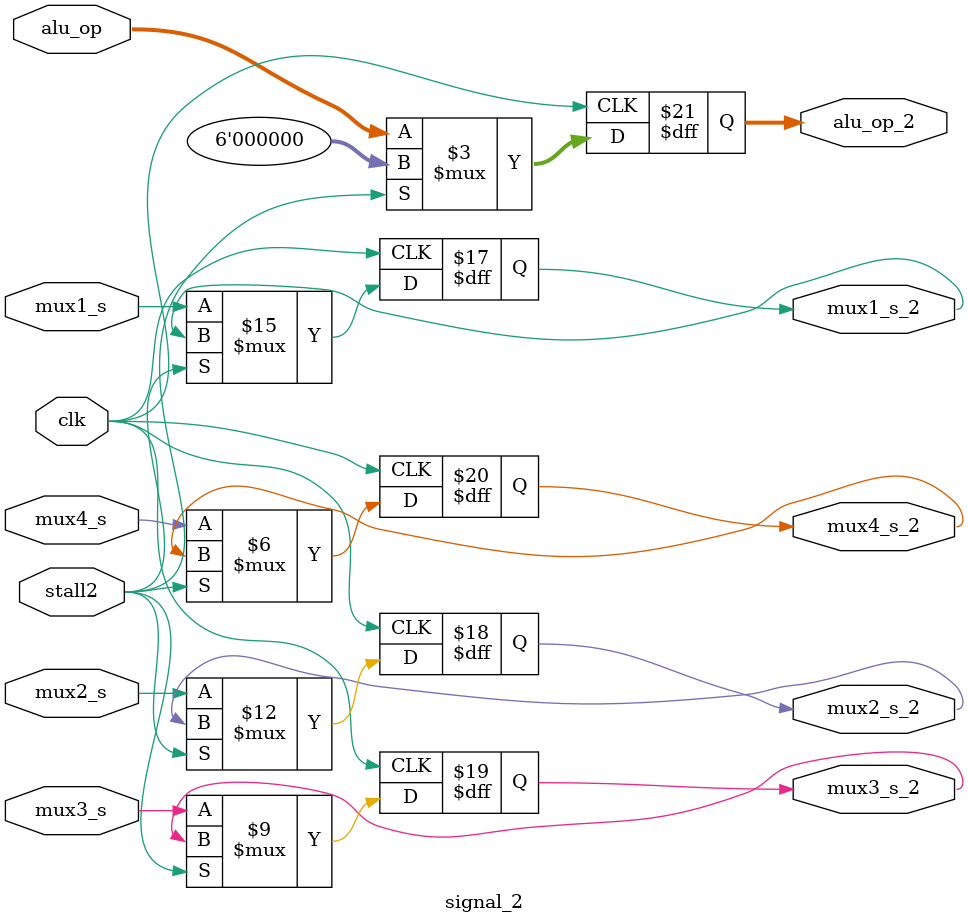
<source format=v>
`timescale 1ns / 1ps


module signal_2(
    input clk,
    input mux1_s,mux2_s,mux3_s,mux4_s,
    input [5:0]alu_op,
    input stall2,
    output reg mux1_s_2,mux2_s_2,mux3_s_2,mux4_s_2, 
    output reg [5:0]alu_op_2

    );
    always@(posedge clk)
    begin
    if(stall2) alu_op_2<= 6'h0;
    else begin
        mux1_s_2 <= mux1_s;
        mux2_s_2 <= mux2_s;
        mux3_s_2 <= mux3_s;
        mux4_s_2 <= mux4_s;
        alu_op_2 <= alu_op;
    end
    end
    
    
endmodule

</source>
